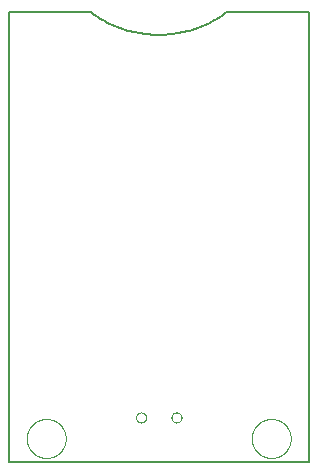
<source format=gko>
G75*
%MOIN*%
%OFA0B0*%
%FSLAX25Y25*%
%IPPOS*%
%LPD*%
%AMOC8*
5,1,8,0,0,1.08239X$1,22.5*
%
%ADD10C,0.00800*%
%ADD11C,0.00000*%
D10*
X0093333Y0055000D02*
X0093333Y0205000D01*
X0120833Y0205000D01*
X0121570Y0204466D01*
X0122319Y0203950D01*
X0123080Y0203452D01*
X0123853Y0202972D01*
X0124638Y0202512D01*
X0125433Y0202070D01*
X0126239Y0201648D01*
X0127055Y0201245D01*
X0127880Y0200862D01*
X0128715Y0200500D01*
X0129557Y0200157D01*
X0130408Y0199835D01*
X0131267Y0199533D01*
X0132132Y0199252D01*
X0133004Y0198993D01*
X0133882Y0198754D01*
X0134765Y0198536D01*
X0135654Y0198340D01*
X0136547Y0198166D01*
X0137443Y0198013D01*
X0138344Y0197882D01*
X0139247Y0197772D01*
X0140152Y0197684D01*
X0141060Y0197619D01*
X0141969Y0197575D01*
X0142878Y0197553D01*
X0143788Y0197553D01*
X0144697Y0197575D01*
X0145606Y0197619D01*
X0146514Y0197684D01*
X0147419Y0197772D01*
X0148322Y0197882D01*
X0149223Y0198013D01*
X0150119Y0198166D01*
X0151012Y0198340D01*
X0151901Y0198536D01*
X0152784Y0198754D01*
X0153662Y0198993D01*
X0154534Y0199252D01*
X0155399Y0199533D01*
X0156258Y0199835D01*
X0157109Y0200157D01*
X0157951Y0200500D01*
X0158786Y0200862D01*
X0159611Y0201245D01*
X0160427Y0201648D01*
X0161233Y0202070D01*
X0162028Y0202512D01*
X0162813Y0202972D01*
X0163586Y0203452D01*
X0164347Y0203950D01*
X0165096Y0204466D01*
X0165833Y0205000D01*
X0193333Y0205000D01*
X0193333Y0055000D01*
X0093333Y0055000D01*
D11*
X0099333Y0063000D02*
X0099335Y0063161D01*
X0099341Y0063321D01*
X0099351Y0063482D01*
X0099365Y0063642D01*
X0099383Y0063802D01*
X0099404Y0063961D01*
X0099430Y0064120D01*
X0099460Y0064278D01*
X0099493Y0064435D01*
X0099531Y0064592D01*
X0099572Y0064747D01*
X0099617Y0064901D01*
X0099666Y0065054D01*
X0099719Y0065206D01*
X0099775Y0065357D01*
X0099836Y0065506D01*
X0099899Y0065654D01*
X0099967Y0065800D01*
X0100038Y0065944D01*
X0100112Y0066086D01*
X0100190Y0066227D01*
X0100272Y0066365D01*
X0100357Y0066502D01*
X0100445Y0066636D01*
X0100537Y0066768D01*
X0100632Y0066898D01*
X0100730Y0067026D01*
X0100831Y0067151D01*
X0100935Y0067273D01*
X0101042Y0067393D01*
X0101152Y0067510D01*
X0101265Y0067625D01*
X0101381Y0067736D01*
X0101500Y0067845D01*
X0101621Y0067950D01*
X0101745Y0068053D01*
X0101871Y0068153D01*
X0101999Y0068249D01*
X0102130Y0068342D01*
X0102264Y0068432D01*
X0102399Y0068519D01*
X0102537Y0068602D01*
X0102676Y0068682D01*
X0102818Y0068758D01*
X0102961Y0068831D01*
X0103106Y0068900D01*
X0103253Y0068966D01*
X0103401Y0069028D01*
X0103551Y0069086D01*
X0103702Y0069141D01*
X0103855Y0069192D01*
X0104009Y0069239D01*
X0104164Y0069282D01*
X0104320Y0069321D01*
X0104476Y0069357D01*
X0104634Y0069388D01*
X0104792Y0069416D01*
X0104951Y0069440D01*
X0105111Y0069460D01*
X0105271Y0069476D01*
X0105431Y0069488D01*
X0105592Y0069496D01*
X0105753Y0069500D01*
X0105913Y0069500D01*
X0106074Y0069496D01*
X0106235Y0069488D01*
X0106395Y0069476D01*
X0106555Y0069460D01*
X0106715Y0069440D01*
X0106874Y0069416D01*
X0107032Y0069388D01*
X0107190Y0069357D01*
X0107346Y0069321D01*
X0107502Y0069282D01*
X0107657Y0069239D01*
X0107811Y0069192D01*
X0107964Y0069141D01*
X0108115Y0069086D01*
X0108265Y0069028D01*
X0108413Y0068966D01*
X0108560Y0068900D01*
X0108705Y0068831D01*
X0108848Y0068758D01*
X0108990Y0068682D01*
X0109129Y0068602D01*
X0109267Y0068519D01*
X0109402Y0068432D01*
X0109536Y0068342D01*
X0109667Y0068249D01*
X0109795Y0068153D01*
X0109921Y0068053D01*
X0110045Y0067950D01*
X0110166Y0067845D01*
X0110285Y0067736D01*
X0110401Y0067625D01*
X0110514Y0067510D01*
X0110624Y0067393D01*
X0110731Y0067273D01*
X0110835Y0067151D01*
X0110936Y0067026D01*
X0111034Y0066898D01*
X0111129Y0066768D01*
X0111221Y0066636D01*
X0111309Y0066502D01*
X0111394Y0066365D01*
X0111476Y0066227D01*
X0111554Y0066086D01*
X0111628Y0065944D01*
X0111699Y0065800D01*
X0111767Y0065654D01*
X0111830Y0065506D01*
X0111891Y0065357D01*
X0111947Y0065206D01*
X0112000Y0065054D01*
X0112049Y0064901D01*
X0112094Y0064747D01*
X0112135Y0064592D01*
X0112173Y0064435D01*
X0112206Y0064278D01*
X0112236Y0064120D01*
X0112262Y0063961D01*
X0112283Y0063802D01*
X0112301Y0063642D01*
X0112315Y0063482D01*
X0112325Y0063321D01*
X0112331Y0063161D01*
X0112333Y0063000D01*
X0112331Y0062839D01*
X0112325Y0062679D01*
X0112315Y0062518D01*
X0112301Y0062358D01*
X0112283Y0062198D01*
X0112262Y0062039D01*
X0112236Y0061880D01*
X0112206Y0061722D01*
X0112173Y0061565D01*
X0112135Y0061408D01*
X0112094Y0061253D01*
X0112049Y0061099D01*
X0112000Y0060946D01*
X0111947Y0060794D01*
X0111891Y0060643D01*
X0111830Y0060494D01*
X0111767Y0060346D01*
X0111699Y0060200D01*
X0111628Y0060056D01*
X0111554Y0059914D01*
X0111476Y0059773D01*
X0111394Y0059635D01*
X0111309Y0059498D01*
X0111221Y0059364D01*
X0111129Y0059232D01*
X0111034Y0059102D01*
X0110936Y0058974D01*
X0110835Y0058849D01*
X0110731Y0058727D01*
X0110624Y0058607D01*
X0110514Y0058490D01*
X0110401Y0058375D01*
X0110285Y0058264D01*
X0110166Y0058155D01*
X0110045Y0058050D01*
X0109921Y0057947D01*
X0109795Y0057847D01*
X0109667Y0057751D01*
X0109536Y0057658D01*
X0109402Y0057568D01*
X0109267Y0057481D01*
X0109129Y0057398D01*
X0108990Y0057318D01*
X0108848Y0057242D01*
X0108705Y0057169D01*
X0108560Y0057100D01*
X0108413Y0057034D01*
X0108265Y0056972D01*
X0108115Y0056914D01*
X0107964Y0056859D01*
X0107811Y0056808D01*
X0107657Y0056761D01*
X0107502Y0056718D01*
X0107346Y0056679D01*
X0107190Y0056643D01*
X0107032Y0056612D01*
X0106874Y0056584D01*
X0106715Y0056560D01*
X0106555Y0056540D01*
X0106395Y0056524D01*
X0106235Y0056512D01*
X0106074Y0056504D01*
X0105913Y0056500D01*
X0105753Y0056500D01*
X0105592Y0056504D01*
X0105431Y0056512D01*
X0105271Y0056524D01*
X0105111Y0056540D01*
X0104951Y0056560D01*
X0104792Y0056584D01*
X0104634Y0056612D01*
X0104476Y0056643D01*
X0104320Y0056679D01*
X0104164Y0056718D01*
X0104009Y0056761D01*
X0103855Y0056808D01*
X0103702Y0056859D01*
X0103551Y0056914D01*
X0103401Y0056972D01*
X0103253Y0057034D01*
X0103106Y0057100D01*
X0102961Y0057169D01*
X0102818Y0057242D01*
X0102676Y0057318D01*
X0102537Y0057398D01*
X0102399Y0057481D01*
X0102264Y0057568D01*
X0102130Y0057658D01*
X0101999Y0057751D01*
X0101871Y0057847D01*
X0101745Y0057947D01*
X0101621Y0058050D01*
X0101500Y0058155D01*
X0101381Y0058264D01*
X0101265Y0058375D01*
X0101152Y0058490D01*
X0101042Y0058607D01*
X0100935Y0058727D01*
X0100831Y0058849D01*
X0100730Y0058974D01*
X0100632Y0059102D01*
X0100537Y0059232D01*
X0100445Y0059364D01*
X0100357Y0059498D01*
X0100272Y0059635D01*
X0100190Y0059773D01*
X0100112Y0059914D01*
X0100038Y0060056D01*
X0099967Y0060200D01*
X0099899Y0060346D01*
X0099836Y0060494D01*
X0099775Y0060643D01*
X0099719Y0060794D01*
X0099666Y0060946D01*
X0099617Y0061099D01*
X0099572Y0061253D01*
X0099531Y0061408D01*
X0099493Y0061565D01*
X0099460Y0061722D01*
X0099430Y0061880D01*
X0099404Y0062039D01*
X0099383Y0062198D01*
X0099365Y0062358D01*
X0099351Y0062518D01*
X0099341Y0062679D01*
X0099335Y0062839D01*
X0099333Y0063000D01*
X0135755Y0070000D02*
X0135757Y0070081D01*
X0135763Y0070163D01*
X0135773Y0070244D01*
X0135787Y0070324D01*
X0135804Y0070403D01*
X0135826Y0070482D01*
X0135851Y0070559D01*
X0135880Y0070636D01*
X0135913Y0070710D01*
X0135950Y0070783D01*
X0135989Y0070854D01*
X0136033Y0070923D01*
X0136079Y0070990D01*
X0136129Y0071054D01*
X0136182Y0071116D01*
X0136238Y0071176D01*
X0136296Y0071232D01*
X0136358Y0071286D01*
X0136422Y0071337D01*
X0136488Y0071384D01*
X0136556Y0071428D01*
X0136627Y0071469D01*
X0136699Y0071506D01*
X0136774Y0071540D01*
X0136849Y0071570D01*
X0136927Y0071596D01*
X0137005Y0071619D01*
X0137084Y0071637D01*
X0137164Y0071652D01*
X0137245Y0071663D01*
X0137326Y0071670D01*
X0137408Y0071673D01*
X0137489Y0071672D01*
X0137570Y0071667D01*
X0137651Y0071658D01*
X0137732Y0071645D01*
X0137812Y0071628D01*
X0137890Y0071608D01*
X0137968Y0071583D01*
X0138045Y0071555D01*
X0138120Y0071523D01*
X0138193Y0071488D01*
X0138264Y0071449D01*
X0138334Y0071406D01*
X0138401Y0071361D01*
X0138467Y0071312D01*
X0138529Y0071260D01*
X0138589Y0071204D01*
X0138646Y0071146D01*
X0138701Y0071086D01*
X0138752Y0071022D01*
X0138800Y0070957D01*
X0138845Y0070889D01*
X0138887Y0070819D01*
X0138925Y0070747D01*
X0138960Y0070673D01*
X0138991Y0070598D01*
X0139018Y0070521D01*
X0139041Y0070443D01*
X0139061Y0070364D01*
X0139077Y0070284D01*
X0139089Y0070203D01*
X0139097Y0070122D01*
X0139101Y0070041D01*
X0139101Y0069959D01*
X0139097Y0069878D01*
X0139089Y0069797D01*
X0139077Y0069716D01*
X0139061Y0069636D01*
X0139041Y0069557D01*
X0139018Y0069479D01*
X0138991Y0069402D01*
X0138960Y0069327D01*
X0138925Y0069253D01*
X0138887Y0069181D01*
X0138845Y0069111D01*
X0138800Y0069043D01*
X0138752Y0068978D01*
X0138701Y0068914D01*
X0138646Y0068854D01*
X0138589Y0068796D01*
X0138529Y0068740D01*
X0138467Y0068688D01*
X0138401Y0068639D01*
X0138334Y0068594D01*
X0138265Y0068551D01*
X0138193Y0068512D01*
X0138120Y0068477D01*
X0138045Y0068445D01*
X0137968Y0068417D01*
X0137890Y0068392D01*
X0137812Y0068372D01*
X0137732Y0068355D01*
X0137651Y0068342D01*
X0137570Y0068333D01*
X0137489Y0068328D01*
X0137408Y0068327D01*
X0137326Y0068330D01*
X0137245Y0068337D01*
X0137164Y0068348D01*
X0137084Y0068363D01*
X0137005Y0068381D01*
X0136927Y0068404D01*
X0136849Y0068430D01*
X0136774Y0068460D01*
X0136699Y0068494D01*
X0136627Y0068531D01*
X0136556Y0068572D01*
X0136488Y0068616D01*
X0136422Y0068663D01*
X0136358Y0068714D01*
X0136296Y0068768D01*
X0136238Y0068824D01*
X0136182Y0068884D01*
X0136129Y0068946D01*
X0136079Y0069010D01*
X0136033Y0069077D01*
X0135989Y0069146D01*
X0135950Y0069217D01*
X0135913Y0069290D01*
X0135880Y0069364D01*
X0135851Y0069441D01*
X0135826Y0069518D01*
X0135804Y0069597D01*
X0135787Y0069676D01*
X0135773Y0069756D01*
X0135763Y0069837D01*
X0135757Y0069919D01*
X0135755Y0070000D01*
X0147566Y0070000D02*
X0147568Y0070081D01*
X0147574Y0070163D01*
X0147584Y0070244D01*
X0147598Y0070324D01*
X0147615Y0070403D01*
X0147637Y0070482D01*
X0147662Y0070559D01*
X0147691Y0070636D01*
X0147724Y0070710D01*
X0147761Y0070783D01*
X0147800Y0070854D01*
X0147844Y0070923D01*
X0147890Y0070990D01*
X0147940Y0071054D01*
X0147993Y0071116D01*
X0148049Y0071176D01*
X0148107Y0071232D01*
X0148169Y0071286D01*
X0148233Y0071337D01*
X0148299Y0071384D01*
X0148367Y0071428D01*
X0148438Y0071469D01*
X0148510Y0071506D01*
X0148585Y0071540D01*
X0148660Y0071570D01*
X0148738Y0071596D01*
X0148816Y0071619D01*
X0148895Y0071637D01*
X0148975Y0071652D01*
X0149056Y0071663D01*
X0149137Y0071670D01*
X0149219Y0071673D01*
X0149300Y0071672D01*
X0149381Y0071667D01*
X0149462Y0071658D01*
X0149543Y0071645D01*
X0149623Y0071628D01*
X0149701Y0071608D01*
X0149779Y0071583D01*
X0149856Y0071555D01*
X0149931Y0071523D01*
X0150004Y0071488D01*
X0150075Y0071449D01*
X0150145Y0071406D01*
X0150212Y0071361D01*
X0150278Y0071312D01*
X0150340Y0071260D01*
X0150400Y0071204D01*
X0150457Y0071146D01*
X0150512Y0071086D01*
X0150563Y0071022D01*
X0150611Y0070957D01*
X0150656Y0070889D01*
X0150698Y0070819D01*
X0150736Y0070747D01*
X0150771Y0070673D01*
X0150802Y0070598D01*
X0150829Y0070521D01*
X0150852Y0070443D01*
X0150872Y0070364D01*
X0150888Y0070284D01*
X0150900Y0070203D01*
X0150908Y0070122D01*
X0150912Y0070041D01*
X0150912Y0069959D01*
X0150908Y0069878D01*
X0150900Y0069797D01*
X0150888Y0069716D01*
X0150872Y0069636D01*
X0150852Y0069557D01*
X0150829Y0069479D01*
X0150802Y0069402D01*
X0150771Y0069327D01*
X0150736Y0069253D01*
X0150698Y0069181D01*
X0150656Y0069111D01*
X0150611Y0069043D01*
X0150563Y0068978D01*
X0150512Y0068914D01*
X0150457Y0068854D01*
X0150400Y0068796D01*
X0150340Y0068740D01*
X0150278Y0068688D01*
X0150212Y0068639D01*
X0150145Y0068594D01*
X0150076Y0068551D01*
X0150004Y0068512D01*
X0149931Y0068477D01*
X0149856Y0068445D01*
X0149779Y0068417D01*
X0149701Y0068392D01*
X0149623Y0068372D01*
X0149543Y0068355D01*
X0149462Y0068342D01*
X0149381Y0068333D01*
X0149300Y0068328D01*
X0149219Y0068327D01*
X0149137Y0068330D01*
X0149056Y0068337D01*
X0148975Y0068348D01*
X0148895Y0068363D01*
X0148816Y0068381D01*
X0148738Y0068404D01*
X0148660Y0068430D01*
X0148585Y0068460D01*
X0148510Y0068494D01*
X0148438Y0068531D01*
X0148367Y0068572D01*
X0148299Y0068616D01*
X0148233Y0068663D01*
X0148169Y0068714D01*
X0148107Y0068768D01*
X0148049Y0068824D01*
X0147993Y0068884D01*
X0147940Y0068946D01*
X0147890Y0069010D01*
X0147844Y0069077D01*
X0147800Y0069146D01*
X0147761Y0069217D01*
X0147724Y0069290D01*
X0147691Y0069364D01*
X0147662Y0069441D01*
X0147637Y0069518D01*
X0147615Y0069597D01*
X0147598Y0069676D01*
X0147584Y0069756D01*
X0147574Y0069837D01*
X0147568Y0069919D01*
X0147566Y0070000D01*
X0174333Y0063000D02*
X0174335Y0063161D01*
X0174341Y0063321D01*
X0174351Y0063482D01*
X0174365Y0063642D01*
X0174383Y0063802D01*
X0174404Y0063961D01*
X0174430Y0064120D01*
X0174460Y0064278D01*
X0174493Y0064435D01*
X0174531Y0064592D01*
X0174572Y0064747D01*
X0174617Y0064901D01*
X0174666Y0065054D01*
X0174719Y0065206D01*
X0174775Y0065357D01*
X0174836Y0065506D01*
X0174899Y0065654D01*
X0174967Y0065800D01*
X0175038Y0065944D01*
X0175112Y0066086D01*
X0175190Y0066227D01*
X0175272Y0066365D01*
X0175357Y0066502D01*
X0175445Y0066636D01*
X0175537Y0066768D01*
X0175632Y0066898D01*
X0175730Y0067026D01*
X0175831Y0067151D01*
X0175935Y0067273D01*
X0176042Y0067393D01*
X0176152Y0067510D01*
X0176265Y0067625D01*
X0176381Y0067736D01*
X0176500Y0067845D01*
X0176621Y0067950D01*
X0176745Y0068053D01*
X0176871Y0068153D01*
X0176999Y0068249D01*
X0177130Y0068342D01*
X0177264Y0068432D01*
X0177399Y0068519D01*
X0177537Y0068602D01*
X0177676Y0068682D01*
X0177818Y0068758D01*
X0177961Y0068831D01*
X0178106Y0068900D01*
X0178253Y0068966D01*
X0178401Y0069028D01*
X0178551Y0069086D01*
X0178702Y0069141D01*
X0178855Y0069192D01*
X0179009Y0069239D01*
X0179164Y0069282D01*
X0179320Y0069321D01*
X0179476Y0069357D01*
X0179634Y0069388D01*
X0179792Y0069416D01*
X0179951Y0069440D01*
X0180111Y0069460D01*
X0180271Y0069476D01*
X0180431Y0069488D01*
X0180592Y0069496D01*
X0180753Y0069500D01*
X0180913Y0069500D01*
X0181074Y0069496D01*
X0181235Y0069488D01*
X0181395Y0069476D01*
X0181555Y0069460D01*
X0181715Y0069440D01*
X0181874Y0069416D01*
X0182032Y0069388D01*
X0182190Y0069357D01*
X0182346Y0069321D01*
X0182502Y0069282D01*
X0182657Y0069239D01*
X0182811Y0069192D01*
X0182964Y0069141D01*
X0183115Y0069086D01*
X0183265Y0069028D01*
X0183413Y0068966D01*
X0183560Y0068900D01*
X0183705Y0068831D01*
X0183848Y0068758D01*
X0183990Y0068682D01*
X0184129Y0068602D01*
X0184267Y0068519D01*
X0184402Y0068432D01*
X0184536Y0068342D01*
X0184667Y0068249D01*
X0184795Y0068153D01*
X0184921Y0068053D01*
X0185045Y0067950D01*
X0185166Y0067845D01*
X0185285Y0067736D01*
X0185401Y0067625D01*
X0185514Y0067510D01*
X0185624Y0067393D01*
X0185731Y0067273D01*
X0185835Y0067151D01*
X0185936Y0067026D01*
X0186034Y0066898D01*
X0186129Y0066768D01*
X0186221Y0066636D01*
X0186309Y0066502D01*
X0186394Y0066365D01*
X0186476Y0066227D01*
X0186554Y0066086D01*
X0186628Y0065944D01*
X0186699Y0065800D01*
X0186767Y0065654D01*
X0186830Y0065506D01*
X0186891Y0065357D01*
X0186947Y0065206D01*
X0187000Y0065054D01*
X0187049Y0064901D01*
X0187094Y0064747D01*
X0187135Y0064592D01*
X0187173Y0064435D01*
X0187206Y0064278D01*
X0187236Y0064120D01*
X0187262Y0063961D01*
X0187283Y0063802D01*
X0187301Y0063642D01*
X0187315Y0063482D01*
X0187325Y0063321D01*
X0187331Y0063161D01*
X0187333Y0063000D01*
X0187331Y0062839D01*
X0187325Y0062679D01*
X0187315Y0062518D01*
X0187301Y0062358D01*
X0187283Y0062198D01*
X0187262Y0062039D01*
X0187236Y0061880D01*
X0187206Y0061722D01*
X0187173Y0061565D01*
X0187135Y0061408D01*
X0187094Y0061253D01*
X0187049Y0061099D01*
X0187000Y0060946D01*
X0186947Y0060794D01*
X0186891Y0060643D01*
X0186830Y0060494D01*
X0186767Y0060346D01*
X0186699Y0060200D01*
X0186628Y0060056D01*
X0186554Y0059914D01*
X0186476Y0059773D01*
X0186394Y0059635D01*
X0186309Y0059498D01*
X0186221Y0059364D01*
X0186129Y0059232D01*
X0186034Y0059102D01*
X0185936Y0058974D01*
X0185835Y0058849D01*
X0185731Y0058727D01*
X0185624Y0058607D01*
X0185514Y0058490D01*
X0185401Y0058375D01*
X0185285Y0058264D01*
X0185166Y0058155D01*
X0185045Y0058050D01*
X0184921Y0057947D01*
X0184795Y0057847D01*
X0184667Y0057751D01*
X0184536Y0057658D01*
X0184402Y0057568D01*
X0184267Y0057481D01*
X0184129Y0057398D01*
X0183990Y0057318D01*
X0183848Y0057242D01*
X0183705Y0057169D01*
X0183560Y0057100D01*
X0183413Y0057034D01*
X0183265Y0056972D01*
X0183115Y0056914D01*
X0182964Y0056859D01*
X0182811Y0056808D01*
X0182657Y0056761D01*
X0182502Y0056718D01*
X0182346Y0056679D01*
X0182190Y0056643D01*
X0182032Y0056612D01*
X0181874Y0056584D01*
X0181715Y0056560D01*
X0181555Y0056540D01*
X0181395Y0056524D01*
X0181235Y0056512D01*
X0181074Y0056504D01*
X0180913Y0056500D01*
X0180753Y0056500D01*
X0180592Y0056504D01*
X0180431Y0056512D01*
X0180271Y0056524D01*
X0180111Y0056540D01*
X0179951Y0056560D01*
X0179792Y0056584D01*
X0179634Y0056612D01*
X0179476Y0056643D01*
X0179320Y0056679D01*
X0179164Y0056718D01*
X0179009Y0056761D01*
X0178855Y0056808D01*
X0178702Y0056859D01*
X0178551Y0056914D01*
X0178401Y0056972D01*
X0178253Y0057034D01*
X0178106Y0057100D01*
X0177961Y0057169D01*
X0177818Y0057242D01*
X0177676Y0057318D01*
X0177537Y0057398D01*
X0177399Y0057481D01*
X0177264Y0057568D01*
X0177130Y0057658D01*
X0176999Y0057751D01*
X0176871Y0057847D01*
X0176745Y0057947D01*
X0176621Y0058050D01*
X0176500Y0058155D01*
X0176381Y0058264D01*
X0176265Y0058375D01*
X0176152Y0058490D01*
X0176042Y0058607D01*
X0175935Y0058727D01*
X0175831Y0058849D01*
X0175730Y0058974D01*
X0175632Y0059102D01*
X0175537Y0059232D01*
X0175445Y0059364D01*
X0175357Y0059498D01*
X0175272Y0059635D01*
X0175190Y0059773D01*
X0175112Y0059914D01*
X0175038Y0060056D01*
X0174967Y0060200D01*
X0174899Y0060346D01*
X0174836Y0060494D01*
X0174775Y0060643D01*
X0174719Y0060794D01*
X0174666Y0060946D01*
X0174617Y0061099D01*
X0174572Y0061253D01*
X0174531Y0061408D01*
X0174493Y0061565D01*
X0174460Y0061722D01*
X0174430Y0061880D01*
X0174404Y0062039D01*
X0174383Y0062198D01*
X0174365Y0062358D01*
X0174351Y0062518D01*
X0174341Y0062679D01*
X0174335Y0062839D01*
X0174333Y0063000D01*
M02*

</source>
